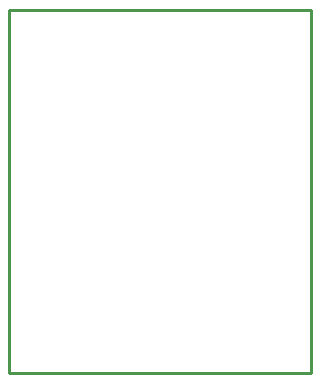
<source format=gko>
G04 Layer: BoardOutlineLayer*
G04 EasyEDA Pro v2.2.44.9, 2025-11-28 14:21:36*
G04 Gerber Generator version 0.3*
G04 Scale: 100 percent, Rotated: No, Reflected: No*
G04 Dimensions in millimeters*
G04 Leading zeros omitted, absolute positions, 4 integers and 5 decimals*
G04 Generated by one-click*
%FSLAX45Y45*%
%MOMM*%
%ADD10C,0.254*%
%ADD11C,0.1527*%
G75*


G04 Rect Start*
G54D10*
G01X965200Y-3390900D02*
G01X965200Y-317500D01*
G01X3517900Y-317500D01*
G01X3517900Y-3390900D01*
G01X965200Y-3390900D01*
G04 Rect End*

M02*


</source>
